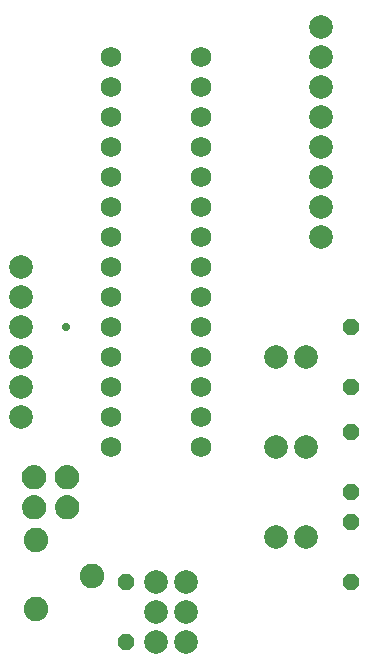
<source format=gbs>
G75*
%MOIN*%
%OFA0B0*%
%FSLAX25Y25*%
%IPPOS*%
%LPD*%
%AMOC8*
5,1,8,0,0,1.08239X$1,22.5*
%
%ADD10C,0.00500*%
%ADD11C,0.07900*%
%ADD12C,0.08177*%
%ADD13OC8,0.05300*%
%ADD14C,0.06900*%
%ADD15C,0.02878*%
D10*
X0021283Y0067153D02*
X0020822Y0067628D01*
X0020451Y0068175D01*
X0020180Y0068779D01*
X0020018Y0069420D01*
X0019970Y0070080D01*
X0020048Y0070800D01*
X0020266Y0071490D01*
X0020614Y0072124D01*
X0021079Y0072678D01*
X0021643Y0073131D01*
X0022285Y0073465D01*
X0022979Y0073667D01*
X0023700Y0073730D01*
X0024425Y0073669D01*
X0025124Y0073467D01*
X0025769Y0073133D01*
X0026338Y0072679D01*
X0026807Y0072123D01*
X0027158Y0071486D01*
X0027379Y0070793D01*
X0027459Y0070070D01*
X0027410Y0069410D01*
X0027246Y0068769D01*
X0026974Y0068166D01*
X0026601Y0067620D01*
X0026139Y0067147D01*
X0025601Y0066761D01*
X0025005Y0066474D01*
X0024368Y0066295D01*
X0023710Y0066230D01*
X0023052Y0066297D01*
X0022415Y0066478D01*
X0021820Y0066766D01*
X0021283Y0067153D01*
X0021127Y0067314D02*
X0026302Y0067314D01*
X0026732Y0067812D02*
X0020697Y0067812D01*
X0020390Y0068311D02*
X0027039Y0068311D01*
X0027256Y0068809D02*
X0020172Y0068809D01*
X0020046Y0069308D02*
X0027384Y0069308D01*
X0027440Y0069806D02*
X0019990Y0069806D01*
X0019994Y0070305D02*
X0027433Y0070305D01*
X0027375Y0070803D02*
X0020050Y0070803D01*
X0020207Y0071302D02*
X0027217Y0071302D01*
X0026985Y0071801D02*
X0020436Y0071801D01*
X0020761Y0072299D02*
X0026658Y0072299D01*
X0026189Y0072798D02*
X0021227Y0072798D01*
X0021960Y0073296D02*
X0025454Y0073296D01*
X0024401Y0076333D02*
X0023680Y0076270D01*
X0022955Y0076331D01*
X0022256Y0076533D01*
X0021611Y0076867D01*
X0021042Y0077321D01*
X0020573Y0077877D01*
X0020222Y0078514D01*
X0020001Y0079207D01*
X0019921Y0079930D01*
X0019970Y0080590D01*
X0020134Y0081231D01*
X0020406Y0081834D01*
X0020779Y0082380D01*
X0021241Y0082853D01*
X0021779Y0083239D01*
X0022375Y0083526D01*
X0023012Y0083705D01*
X0023670Y0083770D01*
X0024328Y0083703D01*
X0024965Y0083522D01*
X0025560Y0083234D01*
X0026097Y0082847D01*
X0026558Y0082372D01*
X0026929Y0081825D01*
X0027200Y0081221D01*
X0027362Y0080580D01*
X0027410Y0079920D01*
X0027332Y0079200D01*
X0027114Y0078510D01*
X0026766Y0077876D01*
X0026301Y0077322D01*
X0025737Y0076869D01*
X0025095Y0076535D01*
X0024401Y0076333D01*
X0023880Y0076287D02*
X0023475Y0076287D01*
X0021768Y0076786D02*
X0025577Y0076786D01*
X0026254Y0077284D02*
X0021089Y0077284D01*
X0020653Y0077783D02*
X0026688Y0077783D01*
X0026988Y0078281D02*
X0020350Y0078281D01*
X0020137Y0078780D02*
X0027199Y0078780D01*
X0027340Y0079278D02*
X0019994Y0079278D01*
X0019938Y0079777D02*
X0027395Y0079777D01*
X0027384Y0080275D02*
X0019947Y0080275D01*
X0020017Y0080774D02*
X0027313Y0080774D01*
X0027177Y0081272D02*
X0020153Y0081272D01*
X0020378Y0081771D02*
X0026954Y0081771D01*
X0026628Y0082269D02*
X0020704Y0082269D01*
X0021158Y0082768D02*
X0026173Y0082768D01*
X0025494Y0083266D02*
X0021835Y0083266D01*
X0023617Y0083765D02*
X0023722Y0083765D01*
X0031154Y0081231D02*
X0031426Y0081834D01*
X0031799Y0082380D01*
X0032261Y0082853D01*
X0032799Y0083239D01*
X0033395Y0083526D01*
X0034032Y0083705D01*
X0034690Y0083770D01*
X0035348Y0083703D01*
X0035985Y0083522D01*
X0036580Y0083234D01*
X0037117Y0082847D01*
X0037578Y0082372D01*
X0037949Y0081825D01*
X0038220Y0081221D01*
X0038382Y0080580D01*
X0038430Y0079920D01*
X0038352Y0079200D01*
X0038134Y0078510D01*
X0037786Y0077876D01*
X0037321Y0077322D01*
X0036757Y0076869D01*
X0036115Y0076535D01*
X0035421Y0076333D01*
X0034700Y0076270D01*
X0033975Y0076331D01*
X0033277Y0076533D01*
X0032631Y0076867D01*
X0032062Y0077321D01*
X0031593Y0077877D01*
X0031242Y0078514D01*
X0031022Y0079207D01*
X0030941Y0079930D01*
X0030990Y0080590D01*
X0031154Y0081231D01*
X0031173Y0081272D02*
X0038197Y0081272D01*
X0038333Y0080774D02*
X0031037Y0080774D01*
X0030967Y0080275D02*
X0038404Y0080275D01*
X0038415Y0079777D02*
X0030958Y0079777D01*
X0031014Y0079278D02*
X0038360Y0079278D01*
X0038219Y0078780D02*
X0031157Y0078780D01*
X0031370Y0078281D02*
X0038009Y0078281D01*
X0037708Y0077783D02*
X0031673Y0077783D01*
X0032109Y0077284D02*
X0037274Y0077284D01*
X0036597Y0076786D02*
X0032789Y0076786D01*
X0034495Y0076287D02*
X0034900Y0076287D01*
X0034720Y0073730D02*
X0033999Y0073667D01*
X0033305Y0073465D01*
X0032663Y0073131D01*
X0032099Y0072678D01*
X0031634Y0072124D01*
X0031286Y0071490D01*
X0031068Y0070800D01*
X0030990Y0070080D01*
X0031038Y0069420D01*
X0031200Y0068779D01*
X0031471Y0068175D01*
X0031842Y0067628D01*
X0032303Y0067153D01*
X0032840Y0066766D01*
X0033435Y0066478D01*
X0034072Y0066297D01*
X0034730Y0066230D01*
X0035388Y0066295D01*
X0036025Y0066474D01*
X0036621Y0066761D01*
X0037159Y0067147D01*
X0037621Y0067620D01*
X0037994Y0068166D01*
X0038266Y0068769D01*
X0038430Y0069410D01*
X0038480Y0070070D01*
X0038399Y0070793D01*
X0038178Y0071486D01*
X0037827Y0072123D01*
X0037358Y0072679D01*
X0036790Y0073133D01*
X0036144Y0073467D01*
X0035445Y0073669D01*
X0034720Y0073730D01*
X0032980Y0073296D02*
X0036474Y0073296D01*
X0037209Y0072798D02*
X0032248Y0072798D01*
X0031781Y0072299D02*
X0037678Y0072299D01*
X0038005Y0071801D02*
X0031456Y0071801D01*
X0031227Y0071302D02*
X0038237Y0071302D01*
X0038395Y0070803D02*
X0031070Y0070803D01*
X0031014Y0070305D02*
X0038453Y0070305D01*
X0038460Y0069806D02*
X0031010Y0069806D01*
X0031066Y0069308D02*
X0038404Y0069308D01*
X0038277Y0068809D02*
X0031192Y0068809D01*
X0031410Y0068311D02*
X0038059Y0068311D01*
X0037752Y0067812D02*
X0031717Y0067812D01*
X0032147Y0067314D02*
X0037322Y0067314D01*
X0036697Y0066815D02*
X0032771Y0066815D01*
X0034002Y0066317D02*
X0035465Y0066317D01*
X0037974Y0081771D02*
X0031398Y0081771D01*
X0031724Y0082269D02*
X0037648Y0082269D01*
X0037194Y0082768D02*
X0032178Y0082768D01*
X0032855Y0083266D02*
X0036514Y0083266D01*
X0034742Y0083765D02*
X0034637Y0083765D01*
X0025677Y0066815D02*
X0021751Y0066815D01*
X0022982Y0066317D02*
X0024445Y0066317D01*
D11*
X0019200Y0100000D03*
X0019200Y0110000D03*
X0019200Y0120000D03*
X0019200Y0130000D03*
X0019200Y0140000D03*
X0019200Y0150000D03*
X0064200Y0045000D03*
X0064200Y0035000D03*
X0064200Y0025000D03*
X0074200Y0025000D03*
X0074200Y0035000D03*
X0074200Y0045000D03*
X0104200Y0060000D03*
X0114200Y0060000D03*
X0114200Y0090000D03*
X0104200Y0090000D03*
X0104200Y0120000D03*
X0114200Y0120000D03*
X0119200Y0160000D03*
X0119200Y0170000D03*
X0119200Y0180000D03*
X0119200Y0190000D03*
X0119200Y0200000D03*
X0119200Y0210000D03*
X0119200Y0220000D03*
X0119200Y0230000D03*
D12*
X0024200Y0036102D03*
X0024200Y0058937D03*
X0043098Y0047126D03*
D13*
X0054200Y0045000D03*
X0054200Y0025000D03*
X0129200Y0045000D03*
X0129200Y0065000D03*
X0129200Y0075000D03*
X0129200Y0095000D03*
X0129200Y0110000D03*
X0129200Y0130000D03*
D14*
X0079200Y0130000D03*
X0079200Y0120000D03*
X0079200Y0110000D03*
X0079200Y0100000D03*
X0079200Y0090000D03*
X0049200Y0090000D03*
X0049200Y0100000D03*
X0049200Y0110000D03*
X0049200Y0120000D03*
X0049200Y0130000D03*
X0049200Y0140000D03*
X0049200Y0150000D03*
X0049200Y0160000D03*
X0049200Y0170000D03*
X0049200Y0180000D03*
X0049200Y0190000D03*
X0049200Y0200000D03*
X0049200Y0210000D03*
X0049200Y0220000D03*
X0079200Y0220000D03*
X0079200Y0210000D03*
X0079200Y0200000D03*
X0079200Y0190000D03*
X0079200Y0180000D03*
X0079200Y0170000D03*
X0079200Y0160000D03*
X0079200Y0150000D03*
X0079200Y0140000D03*
D15*
X0034200Y0130000D03*
M02*

</source>
